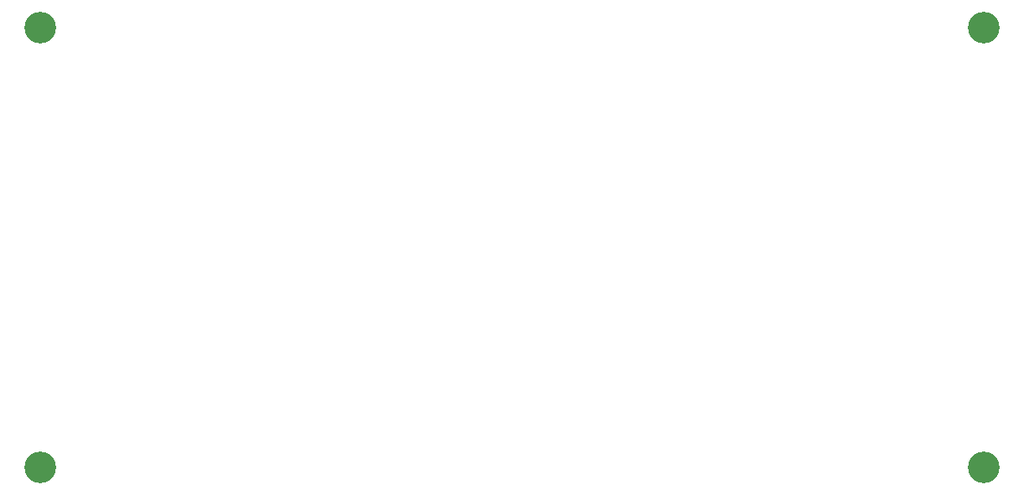
<source format=gbr>
%TF.GenerationSoftware,KiCad,Pcbnew,7.0.2*%
%TF.CreationDate,2024-06-25T09:11:42-07:00*%
%TF.ProjectId,Score-Board-LinInd-SW,53636f72-652d-4426-9f61-72642d4c696e,1.0*%
%TF.SameCoordinates,Original*%
%TF.FileFunction,NonPlated,1,2,NPTH,Drill*%
%TF.FilePolarity,Positive*%
%FSLAX46Y46*%
G04 Gerber Fmt 4.6, Leading zero omitted, Abs format (unit mm)*
G04 Created by KiCad (PCBNEW 7.0.2) date 2024-06-25 09:11:42*
%MOMM*%
%LPD*%
G01*
G04 APERTURE LIST*
%TA.AperFunction,ComponentDrill*%
%ADD10C,3.200000*%
%TD*%
G04 APERTURE END LIST*
D10*
%TO.C,H1*%
X65610000Y-100850000D03*
%TO.C,H4*%
X65610000Y-145300000D03*
%TO.C,H2*%
X160860000Y-100850000D03*
%TO.C,H3*%
X160860000Y-145300000D03*
M02*

</source>
